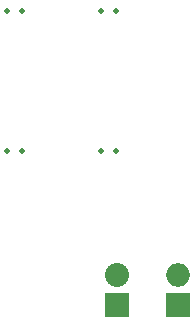
<source format=gbl>
G04 #@! TF.FileFunction,Copper,L4,Bot,Signal*
%FSLAX46Y46*%
G04 Gerber Fmt 4.6, Leading zero omitted, Abs format (unit mm)*
G04 Created by KiCad (PCBNEW (2016-03-20 BZR 6634, Git a4ba01f)-product) date 3/28/2016 2:10:45 PM*
%MOMM*%
G01*
G04 APERTURE LIST*
%ADD10C,0.100000*%
%ADD11O,1.998980X1.998980*%
%ADD12R,1.998980X1.998980*%
%ADD13R,2.032000X2.032000*%
%ADD14O,2.032000X2.032000*%
%ADD15C,0.470000*%
G04 APERTURE END LIST*
D10*
D11*
X153600000Y-119160000D03*
D12*
X153600000Y-121700000D03*
D13*
X148400000Y-121700000D03*
D14*
X148400000Y-119160000D03*
D15*
X140410000Y-108670000D03*
X148310000Y-108670000D03*
X147040000Y-96770000D03*
X139140000Y-96770000D03*
X139140000Y-108670000D03*
X147040000Y-108670000D03*
X148310000Y-96770000D03*
X140410000Y-96770000D03*
M02*

</source>
